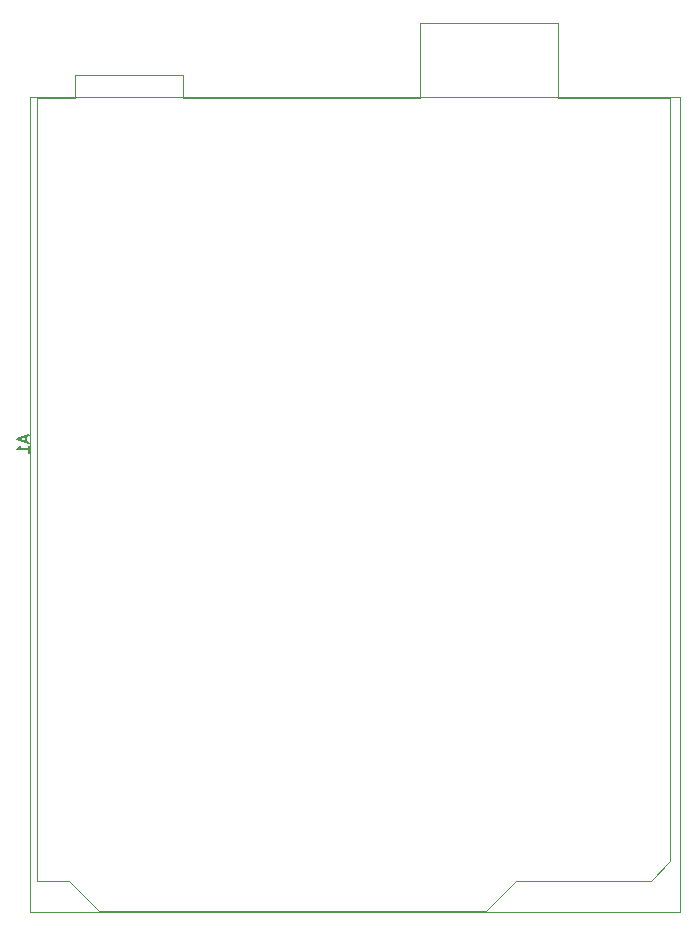
<source format=gbo>
G04 #@! TF.GenerationSoftware,KiCad,Pcbnew,(5.1.9)-1*
G04 #@! TF.CreationDate,2021-08-12T11:56:45-03:00*
G04 #@! TF.ProjectId,Alarma,416c6172-6d61-42e6-9b69-6361645f7063,rev?*
G04 #@! TF.SameCoordinates,Original*
G04 #@! TF.FileFunction,Legend,Bot*
G04 #@! TF.FilePolarity,Positive*
%FSLAX46Y46*%
G04 Gerber Fmt 4.6, Leading zero omitted, Abs format (unit mm)*
G04 Created by KiCad (PCBNEW (5.1.9)-1) date 2021-08-12 11:56:45*
%MOMM*%
%LPD*%
G01*
G04 APERTURE LIST*
G04 #@! TA.AperFunction,Profile*
%ADD10C,0.050000*%
G04 #@! TD*
%ADD11C,0.120000*%
%ADD12C,0.150000*%
G04 APERTURE END LIST*
D10*
X113000000Y-53000000D02*
X113000000Y-122000000D01*
X168000000Y-122000000D02*
X113000000Y-122000000D01*
X168000000Y-53000000D02*
X168000000Y-122000000D01*
X168000000Y-53000000D02*
X113000000Y-53000000D01*
D11*
X154125000Y-119330000D02*
X151585000Y-121870000D01*
X165555000Y-119330000D02*
X154125000Y-119330000D01*
X167205000Y-117680000D02*
X165555000Y-119330000D01*
X167205000Y-53030000D02*
X167205000Y-117680000D01*
X157675000Y-53030000D02*
X167205000Y-53030000D01*
X157675000Y-46680000D02*
X157675000Y-53030000D01*
X145995000Y-46680000D02*
X157675000Y-46680000D01*
X145995000Y-53030000D02*
X145995000Y-46680000D01*
X125925000Y-53030000D02*
X145995000Y-53030000D01*
X125925000Y-51130000D02*
X125925000Y-53030000D01*
X116785000Y-51130000D02*
X125925000Y-51130000D01*
X116785000Y-53030000D02*
X116785000Y-51130000D01*
X113605000Y-53030000D02*
X116785000Y-53030000D01*
X113605000Y-119330000D02*
X113605000Y-53030000D01*
X116275000Y-119330000D02*
X113605000Y-119330000D01*
X118815000Y-121870000D02*
X116275000Y-119330000D01*
X151585000Y-121870000D02*
X118815000Y-121870000D01*
D12*
X112631666Y-81655714D02*
X112631666Y-82131904D01*
X112917380Y-81560476D02*
X111917380Y-81893809D01*
X112917380Y-82227142D01*
X112917380Y-83084285D02*
X112917380Y-82512857D01*
X112917380Y-82798571D02*
X111917380Y-82798571D01*
X112060238Y-82703333D01*
X112155476Y-82608095D01*
X112203095Y-82512857D01*
M02*

</source>
